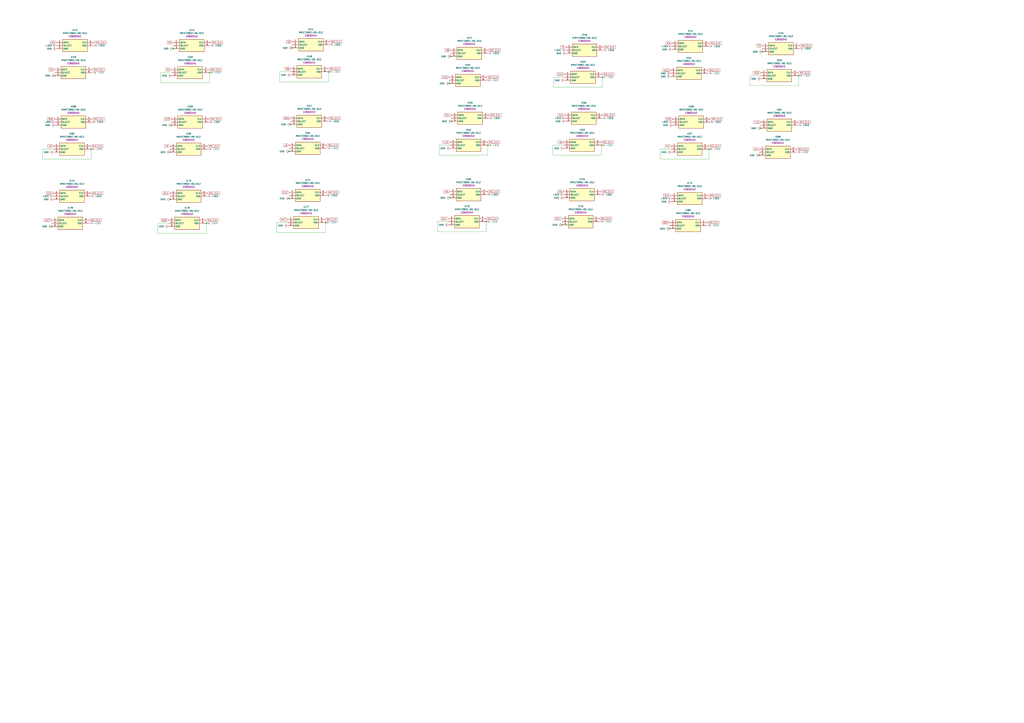
<source format=kicad_sch>
(kicad_sch (version 20231120) (generator "eeschema") (generator_version "8.0")
  (paper "A1")
  (junction (at 370.84 99.695))
  (junction (at 237.49 163.195))
  (junction (at 624.84 105.41))
  (junction (at 238.76 102.235))
  (junction (at 494.665 63.5))
  (junction (at 400.685 119.38))
  (junction (at 399.415 182.245))
  (junction (at 140.97 102.87))
  (junction (at 237.49 124.46))
  (junction (at 461.645 184.785))
  (junction (at 494.03 119.38))
  (junction (at 582.295 122.555))
  (junction (at 626.11 42.545))
  (junction (at 623.57 127.635))
  (junction (at 369.57 162.56))
  (junction (at 139.7 163.83))
  (junction (at 655.955 62.23))
  (junction (at 172.085 59.69))
  (junction (at 74.93 122.555))
  (junction (at 139.7 125.095))
  (junction (at 42.545 186.055))
  (junction (at 549.91 187.96))
  (junction (at 142.24 40.005))
  (junction (at 269.875 59.055))
  (junction (at 368.935 68.58))
  (junction (at 45.085 62.23))
  (junction (at 267.335 182.88))
  (junction (at 240.03 39.37))
  (junction (at 370.205 46.355))
  (junction (at 169.545 183.515))
  (wire (pts (xy 623.57 127.635) (xy 623.57 125.095)))
  (wire (pts (xy 615.95 70.485) (xy 655.955 70.485)))
  (wire (pts (xy 139.7 161.29) (xy 139.7 163.83)))
  (wire (pts (xy 34.925 122.555) (xy 34.925 130.81)))
  (wire (pts (xy 493.395 119.38) (xy 494.03 119.38)))
  (wire (pts (xy 129.54 191.77) (xy 169.545 191.77)))
  (wire (pts (xy 238.76 59.055) (xy 229.87 59.055)))
  (wire (pts (xy 139.7 122.555) (xy 139.7 125.095)))
  (wire (pts (xy 45.085 59.69) (xy 45.085 62.23)))
  (wire (pts (xy 267.335 182.88) (xy 267.335 191.135)))
  (wire (pts (xy 132.08 67.945) (xy 172.085 67.945)))
  (wire (pts (xy 140.97 100.33) (xy 140.97 102.87)))
  (wire (pts (xy 454.66 71.755) (xy 494.665 71.755)))
  (wire (pts (xy 360.68 127.635) (xy 400.685 127.635)))
  (wire (pts (xy 266.7 182.88) (xy 267.335 182.88)))
  (wire (pts (xy 369.57 160.02) (xy 369.57 162.56)))
  (wire (pts (xy 580.39 185.42) (xy 581.025 185.42)))
  (wire (pts (xy 624.84 62.23) (xy 615.95 62.23)))
  (wire (pts (xy 462.915 119.38) (xy 454.025 119.38)))
  (wire (pts (xy 236.22 182.88) (xy 227.33 182.88)))
  (wire (pts (xy 237.49 121.92) (xy 237.49 124.46)))
  (wire (pts (xy 581.025 60.325) (xy 581.66 60.325)))
  (wire (pts (xy 75.565 59.69) (xy 76.2 59.69)))
  (wire (pts (xy 370.84 97.155) (xy 370.84 99.695)))
  (wire (pts (xy 454.66 63.5) (xy 454.66 71.755)))
  (wire (pts (xy 42.545 183.515) (xy 42.545 186.055)))
  (wire (pts (xy 229.87 59.055) (xy 229.87 67.31)))
  (wire (pts (xy 368.935 66.04) (xy 368.935 68.58)))
  (wire (pts (xy 399.415 66.04) (xy 400.05 66.04)))
  (wire (pts (xy 170.18 122.555) (xy 170.815 122.555)))
  (wire (pts (xy 34.925 130.81) (xy 74.93 130.81)))
  (wire (pts (xy 227.33 191.135) (xy 267.335 191.135)))
  (wire (pts (xy 229.87 67.31) (xy 269.875 67.31)))
  (wire (pts (xy 624.84 102.87) (xy 624.84 105.41)))
  (wire (pts (xy 267.97 121.92) (xy 268.605 121.92)))
  (wire (pts (xy 73.025 183.515) (xy 73.66 183.515)))
  (wire (pts (xy 398.78 182.245) (xy 399.415 182.245)))
  (wire (pts (xy 237.49 124.46) (xy 237.617 124.46)))
  (wire (pts (xy 494.03 119.38) (xy 494.03 127.635)))
  (wire (pts (xy 169.545 183.515) (xy 169.545 191.77)))
  (wire (pts (xy 655.32 62.23) (xy 655.955 62.23)))
  (wire (pts (xy 400.05 119.38) (xy 400.685 119.38)))
  (wire (pts (xy 542.29 130.81) (xy 582.295 130.81)))
  (wire (pts (xy 551.18 122.555) (xy 542.29 122.555)))
  (wire (pts (xy 132.08 59.69) (xy 132.08 67.945)))
  (wire (pts (xy 237.49 160.655) (xy 237.49 163.195)))
  (wire (pts (xy 171.45 59.69) (xy 172.085 59.69)))
  (wire (pts (xy 654.05 125.095) (xy 654.685 125.095)))
  (wire (pts (xy 238.76 99.695) (xy 238.76 102.235)))
  (wire (pts (xy 454.025 127.635) (xy 494.03 127.635)))
  (wire (pts (xy 74.295 122.555) (xy 74.93 122.555)))
  (wire (pts (xy 368.3 182.245) (xy 359.41 182.245)))
  (wire (pts (xy 400.685 119.38) (xy 400.685 127.635)))
  (wire (pts (xy 43.815 122.555) (xy 34.925 122.555)))
  (wire (pts (xy 549.91 185.42) (xy 549.91 187.96)))
  (wire (pts (xy 240.03 36.83) (xy 240.03 39.37)))
  (wire (pts (xy 461.645 182.245) (xy 461.645 184.785)))
  (wire (pts (xy 542.29 122.555) (xy 542.29 130.81)))
  (wire (pts (xy 454.025 119.38) (xy 454.025 127.635)))
  (wire (pts (xy 461.645 184.785) (xy 461.772 184.785)))
  (wire (pts (xy 463.55 63.5) (xy 454.66 63.5)))
  (wire (pts (xy 269.24 59.055) (xy 269.875 59.055)))
  (wire (pts (xy 492.125 182.245) (xy 492.76 182.245)))
  (wire (pts (xy 494.03 63.5) (xy 494.665 63.5)))
  (wire (pts (xy 359.41 190.5) (xy 399.415 190.5)))
  (wire (pts (xy 626.11 40.005) (xy 626.11 42.545)))
  (wire (pts (xy 172.085 59.69) (xy 172.085 67.945)))
  (wire (pts (xy 655.955 62.23) (xy 655.955 70.485)))
  (wire (pts (xy 142.24 37.465) (xy 142.24 40.005)))
  (wire (pts (xy 168.91 183.515) (xy 169.545 183.515)))
  (wire (pts (xy 140.97 59.69) (xy 132.08 59.69)))
  (wire (pts (xy 494.665 63.5) (xy 494.665 71.755)))
  (wire (pts (xy 581.66 122.555) (xy 582.295 122.555)))
  (wire (pts (xy 370.205 43.815) (xy 370.205 46.355)))
  (wire (pts (xy 227.33 182.88) (xy 227.33 191.135)))
  (wire (pts (xy 369.57 119.38) (xy 360.68 119.38)))
  (wire (pts (xy 74.93 122.555) (xy 74.93 130.81)))
  (wire (pts (xy 359.41 182.245) (xy 359.41 190.5)))
  (wire (pts (xy 269.875 59.055) (xy 269.875 67.31)))
  (wire (pts (xy 360.68 119.38) (xy 360.68 127.635)))
  (wire (pts (xy 399.415 182.245) (xy 399.415 190.5)))
  (wire (pts (xy 129.54 183.515) (xy 129.54 191.77)))
  (wire (pts (xy 582.295 122.555) (xy 582.295 130.81)))
  (wire (pts (xy 138.43 183.515) (xy 129.54 183.515)))
  (wire (pts (xy 615.95 62.23) (xy 615.95 70.485)))
  (global_label "V8" (shape input) (at 238.76 56.515 180) (property "Intersheetrefs" "${INTERSHEET_REFS}" (effects (hide yes))))
  (global_label "MIC_CLK" (shape input) (at 270.51 34.29 0) (property "Intersheetrefs" "${INTERSHEET_REFS}" (effects (hide yes))))
  (global_label "G4" (shape input) (at 140.97 57.15 180) (property "Intersheetrefs" "${INTERSHEET_REFS}" (effects (hide yes))))
  (global_label "H4" (shape input) (at 551.18 120.015 180) (property "Intersheetrefs" "${INTERSHEET_REFS}" (effects (hide yes))))
  (global_label "R3" (shape input) (at 142.24 34.925 180) (property "Intersheetrefs" "${INTERSHEET_REFS}" (effects (hide yes))))
  (global_label "C13" (shape input) (at 463.55 60.96 180) (property "Intersheetrefs" "${INTERSHEET_REFS}" (effects (hide yes))))
  (global_label "B16" (shape input) (at 45.085 97.79 180) (property "Intersheetrefs" "${INTERSHEET_REFS}" (effects (hide yes))))
  (global_label "MIC_CLK" (shape input) (at 492.125 179.705 0) (property "Intersheetrefs" "${INTERSHEET_REFS}" (effects (hide yes))))
  (global_label "MIC_CLK" (shape input) (at 400.05 116.84 0) (property "Intersheetrefs" "${INTERSHEET_REFS}" (effects (hide yes))))
  (global_label "D19" (shape input) (at 552.45 97.79 180) (property "Intersheetrefs" "${INTERSHEET_REFS}" (effects (hide yes))))
  (global_label "MIC_CLK" (shape input) (at 75.565 57.15 0) (property "Intersheetrefs" "${INTERSHEET_REFS}" (effects (hide yes))))
  (global_label "MIC_CLK" (shape input) (at 656.59 37.465 0) (property "Intersheetrefs" "${INTERSHEET_REFS}" (effects (hide yes))))
  (global_label "MIC_CLK" (shape input) (at 582.93 97.79 0) (property "Intersheetrefs" "${INTERSHEET_REFS}" (effects (hide yes))))
  (global_label "MIC_CLK" (shape input) (at 75.565 97.79 0) (property "Intersheetrefs" "${INTERSHEET_REFS}" (effects (hide yes))))
  (global_label "MIC_CLK" (shape input) (at 73.025 180.975 0) (property "Intersheetrefs" "${INTERSHEET_REFS}" (effects (hide yes))))
  (global_label "H4" (shape input) (at 623.57 122.555 180) (property "Intersheetrefs" "${INTERSHEET_REFS}" (effects (hide yes))))
  (global_label "MIC_CLK" (shape input) (at 172.72 34.925 0) (property "Intersheetrefs" "${INTERSHEET_REFS}" (effects (hide yes))))
  (global_label "MIC_CLK" (shape input) (at 581.66 160.655 0) (property "Intersheetrefs" "${INTERSHEET_REFS}" (effects (hide yes))))
  (global_label "J6" (shape input) (at 462.915 116.84 180) (property "Intersheetrefs" "${INTERSHEET_REFS}" (effects (hide yes))))
  (global_label "E13" (shape input) (at 43.815 158.75 180) (property "Intersheetrefs" "${INTERSHEET_REFS}" (effects (hide yes))))
  (global_label "D14" (shape input) (at 139.7 158.75 180) (property "Intersheetrefs" "${INTERSHEET_REFS}" (effects (hide yes))))
  (global_label "J5" (shape input) (at 43.815 120.015 180) (property "Intersheetrefs" "${INTERSHEET_REFS}" (effects (hide yes))))
  (global_label "J5" (shape input) (at 139.7 120.015 180) (property "Intersheetrefs" "${INTERSHEET_REFS}" (effects (hide yes))))
  (global_label "B20" (shape input) (at 138.43 180.975 180) (property "Intersheetrefs" "${INTERSHEET_REFS}" (effects (hide yes))))
  (global_label "B16" (shape input) (at 238.76 97.155 180) (property "Intersheetrefs" "${INTERSHEET_REFS}" (effects (hide yes))))
  (global_label "MIC_CLK" (shape input) (at 581.66 120.015 0) (property "Intersheetrefs" "${INTERSHEET_REFS}" (effects (hide yes))))
  (global_label "MIC_CLK" (shape input) (at 655.32 100.33 0) (property "Intersheetrefs" "${INTERSHEET_REFS}" (effects (hide yes))))
  (global_label "MIC_CLK" (shape input) (at 581.025 57.785 0) (property "Intersheetrefs" "${INTERSHEET_REFS}" (effects (hide yes))))
  (global_label "MIC_CLK" (shape input) (at 654.05 122.555 0) (property "Intersheetrefs" "${INTERSHEET_REFS}" (effects (hide yes))))
  (global_label "MIC_CLK" (shape input) (at 171.45 57.15 0) (property "Intersheetrefs" "${INTERSHEET_REFS}" (effects (hide yes))))
  (global_label "MIC_CLK" (shape input) (at 74.295 158.75 0) (property "Intersheetrefs" "${INTERSHEET_REFS}" (effects (hide yes))))
  (global_label "D17" (shape input) (at 368.3 179.705 180) (property "Intersheetrefs" "${INTERSHEET_REFS}" (effects (hide yes))))
  (global_label "E13" (shape input) (at 237.49 158.115 180) (property "Intersheetrefs" "${INTERSHEET_REFS}" (effects (hide yes))))
  (global_label "MIC_CLK" (shape input) (at 495.3 38.735 0) (property "Intersheetrefs" "${INTERSHEET_REFS}" (effects (hide yes))))
  (global_label "MIC_CLK" (shape input) (at 269.24 56.515 0) (property "Intersheetrefs" "${INTERSHEET_REFS}" (effects (hide yes))))
  (global_label "MIC_CLK" (shape input) (at 171.45 97.79 0) (property "Intersheetrefs" "${INTERSHEET_REFS}" (effects (hide yes))))
  (global_label "D14" (shape input) (at 551.18 160.655 180) (property "Intersheetrefs" "${INTERSHEET_REFS}" (effects (hide yes))))
  (global_label "A14" (shape input) (at 370.84 94.615 180) (property "Intersheetrefs" "${INTERSHEET_REFS}" (effects (hide yes))))
  (global_label "H17" (shape input) (at 42.545 180.975 180) (property "Intersheetrefs" "${INTERSHEET_REFS}" (effects (hide yes))))
  (global_label "J6" (shape input) (at 237.49 119.38 180) (property "Intersheetrefs" "${INTERSHEET_REFS}" (effects (hide yes))))
  (global_label "MIC_CLK" (shape input) (at 398.78 179.705 0) (property "Intersheetrefs" "${INTERSHEET_REFS}" (effects (hide yes))))
  (global_label "G15" (shape input) (at 550.545 57.785 180) (property "Intersheetrefs" "${INTERSHEET_REFS}" (effects (hide yes))))
  (global_label "MIC_CLK" (shape input) (at 580.39 182.88 0) (property "Intersheetrefs" "${INTERSHEET_REFS}" (effects (hide yes))))
  (global_label "MIC_CLK" (shape input) (at 493.395 157.48 0) (property "Intersheetrefs" "${INTERSHEET_REFS}" (effects (hide yes))))
  (global_label "MIC_CLK" (shape input) (at 655.32 59.69 0) (property "Intersheetrefs" "${INTERSHEET_REFS}" (effects (hide yes))))
  (global_label "MIC_CLK" (shape input) (at 399.415 63.5 0) (property "Intersheetrefs" "${INTERSHEET_REFS}" (effects (hide yes))))
  (global_label "MIC_CLK" (shape input) (at 400.05 157.48 0) (property "Intersheetrefs" "${INTERSHEET_REFS}" (effects (hide yes))))
  (global_label "MIC_CLK" (shape input) (at 168.91 180.975 0) (property "Intersheetrefs" "${INTERSHEET_REFS}" (effects (hide yes))))
  (global_label "D19" (shape input) (at 140.97 97.79 180) (property "Intersheetrefs" "${INTERSHEET_REFS}" (effects (hide yes))))
  (global_label "H5" (shape input) (at 462.915 157.48 180) (property "Intersheetrefs" "${INTERSHEET_REFS}" (effects (hide yes))))
  (global_label "MIC_CLK" (shape input) (at 401.32 94.615 0) (property "Intersheetrefs" "${INTERSHEET_REFS}" (effects (hide yes))))
  (global_label "H5" (shape input) (at 369.57 157.48 180) (property "Intersheetrefs" "${INTERSHEET_REFS}" (effects (hide yes))))
  (global_label "G15" (shape input) (at 624.84 59.69 180) (property "Intersheetrefs" "${INTERSHEET_REFS}" (effects (hide yes))))
  (global_label "D17" (shape input) (at 461.645 179.705 180) (property "Intersheetrefs" "${INTERSHEET_REFS}" (effects (hide yes))))
  (global_label "MIC_CLK" (shape input) (at 269.24 97.155 0) (property "Intersheetrefs" "${INTERSHEET_REFS}" (effects (hide yes))))
  (global_label "MIC_CLK" (shape input) (at 267.97 158.115 0) (property "Intersheetrefs" "${INTERSHEET_REFS}" (effects (hide yes))))
  (global_label "T3" (shape input) (at 626.11 37.465 180) (property "Intersheetrefs" "${INTERSHEET_REFS}" (effects (hide yes))))
  (global_label "R3" (shape input) (at 551.815 35.56 180) (property "Intersheetrefs" "${INTERSHEET_REFS}" (effects (hide yes))))
  (global_label "MIC_CLK" (shape input) (at 74.295 120.015 0) (property "Intersheetrefs" "${INTERSHEET_REFS}" (effects (hide yes))))
  (global_label "MIC_CLK" (shape input) (at 170.18 120.015 0) (property "Intersheetrefs" "${INTERSHEET_REFS}" (effects (hide yes))))
  (global_label "MIC_CLK" (shape input) (at 170.18 158.75 0) (property "Intersheetrefs" "${INTERSHEET_REFS}" (effects (hide yes))))
  (global_label "V8" (shape input) (at 370.205 41.275 180) (property "Intersheetrefs" "${INTERSHEET_REFS}" (effects (hide yes))))
  (global_label "MIC_CLK" (shape input) (at 76.835 34.925 0) (property "Intersheetrefs" "${INTERSHEET_REFS}" (effects (hide yes))))
  (global_label "MIC_CLK" (shape input) (at 494.665 94.615 0) (property "Intersheetrefs" "${INTERSHEET_REFS}" (effects (hide yes))))
  (global_label "T3" (shape input) (at 464.82 38.735 180) (property "Intersheetrefs" "${INTERSHEET_REFS}" (effects (hide yes))))
  (global_label "G4" (shape input) (at 45.085 57.15 180) (property "Intersheetrefs" "${INTERSHEET_REFS}" (effects (hide yes))))
  (global_label "C13" (shape input) (at 368.935 63.5 180) (property "Intersheetrefs" "${INTERSHEET_REFS}" (effects (hide yes))))
  (global_label "N3" (shape input) (at 46.355 34.925 180) (property "Intersheetrefs" "${INTERSHEET_REFS}" (effects (hide yes))))
  (global_label "MIC_CLK" (shape input) (at 493.395 116.84 0) (property "Intersheetrefs" "${INTERSHEET_REFS}" (effects (hide yes))))
  (global_label "A14" (shape input) (at 464.185 94.615 180) (property "Intersheetrefs" "${INTERSHEET_REFS}" (effects (hide yes))))
  (global_label "H17" (shape input) (at 236.22 180.34 180) (property "Intersheetrefs" "${INTERSHEET_REFS}" (effects (hide yes))))
  (global_label "L13" (shape input) (at 624.84 100.33 180) (property "Intersheetrefs" "${INTERSHEET_REFS}" (effects (hide yes))))
  (global_label "N3" (shape input) (at 240.03 34.29 180) (property "Intersheetrefs" "${INTERSHEET_REFS}" (effects (hide yes))))
  (global_label "MIC_CLK" (shape input) (at 400.685 41.275 0) (property "Intersheetrefs" "${INTERSHEET_REFS}" (effects (hide yes))))
  (global_label "MIC_CLK" (shape input) (at 494.03 60.96 0) (property "Intersheetrefs" "${INTERSHEET_REFS}" (effects (hide yes))))
  (global_label "L13" (shape input) (at 369.57 116.84 180) (property "Intersheetrefs" "${INTERSHEET_REFS}" (effects (hide yes))))
  (global_label "B20" (shape input) (at 549.91 182.88 180) (property "Intersheetrefs" "${INTERSHEET_REFS}" (effects (hide yes))))
  (global_label "MIC_CLK" (shape input) (at 582.295 35.56 0) (property "Intersheetrefs" "${INTERSHEET_REFS}" (effects (hide yes))))
  (global_label "MIC_CLK" (shape input) (at 266.7 180.34 0) (property "Intersheetrefs" "${INTERSHEET_REFS}" (effects (hide yes))))
  (global_label "MIC_CLK" (shape input) (at 267.97 119.38 0) (property "Intersheetrefs" "${INTERSHEET_REFS}" (effects (hide yes))))
  (symbol (lib_id "power:+3V3") (at 43.815 161.29 90) (unit 1)
    (property "Reference" "#PWR0862" (effects (hide yes)))
    (property "Value" "+3V3" (at 40.005 161.29 90) (effects (justify left)))
  )
  (symbol (lib_id "SamacSys_Parts:MMICT3902-00-012") (at 368.3 179.705 0) (unit 1)
    (property "Reference" "IC75" (at 383.54 169.545 0))
    (property "Value" "MMICT3902-00-012" (at 383.54 172.085 0))
    (property "Footprint" "T3902:MMICT390200012" (effects (hide yes)))
    (property "Datasheet" "http://invensense.tdk.com/wp-content/uploads/2020/05/DS-000357-T3902-v1.0.pdf" (effects (hide yes)))
    (property "Height" "1.13" (effects (hide yes)))
    (property "Mouser Part Number" "410-MMICT3902-00-012" (effects (hide yes)))
    (property "Mouser Price/Stock" "https://www.mouser.co.uk/ProductDetail/TDK-InvenSense/MMICT3902-00-012?qs=yqaQSyyJnNi1lpqXyrpxOA%3D%3D" (effects (hide yes)))
    (property "Manufacturer_Name" "TDK" (effects (hide yes)))
    (property "Manufacturer_Part_Number" "MMICT3902-00-012" (effects (hide yes)))
    (property "LCSC" "C3032242" (at 383.54 174.625 0))
  )
  (symbol (lib_id "SamacSys_Parts:MMICT3902-00-012") (at 238.76 56.515 0) (unit 1)
    (property "Reference" "IC48" (at 254 46.355 0))
    (property "Value" "MMICT3902-00-012" (at 254 48.895 0))
    (property "Footprint" "T3902:MMICT390200012" (effects (hide yes)))
    (property "Datasheet" "http://invensense.tdk.com/wp-content/uploads/2020/05/DS-000357-T3902-v1.0.pdf" (effects (hide yes)))
    (property "Height" "1.13" (effects (hide yes)))
    (property "Mouser Part Number" "410-MMICT3902-00-012" (effects (hide yes)))
    (property "Mouser Price/Stock" "https://www.mouser.co.uk/ProductDetail/TDK-InvenSense/MMICT3902-00-012?qs=yqaQSyyJnNi1lpqXyrpxOA%3D%3D" (effects (hide yes)))
    (property "Manufacturer_Name" "TDK" (effects (hide yes)))
    (property "Manufacturer_Part_Number" "MMICT3902-00-012" (effects (hide yes)))
    (property "LCSC" "C3032242" (at 254 51.435 0))
  )
  (symbol (lib_id "power:GND") (at 237.49 163.195 270) (unit 1)
    (property "Reference" "#PWR0233" (effects (hide yes)))
    (property "Value" "GND" (at 233.68 163.195 90) (effects (justify right)))
  )
  (symbol (lib_id "SamacSys_Parts:MMICT3902-00-012") (at 552.45 97.79 0) (unit 1)
    (property "Reference" "IC60" (at 567.69 87.63 0))
    (property "Value" "MMICT3902-00-012" (at 567.69 90.17 0))
    (property "Footprint" "T3902:MMICT390200012" (effects (hide yes)))
    (property "Datasheet" "http://invensense.tdk.com/wp-content/uploads/2020/05/DS-000357-T3902-v1.0.pdf" (effects (hide yes)))
    (property "Height" "1.13" (effects (hide yes)))
    (property "Mouser Part Number" "410-MMICT3902-00-012" (effects (hide yes)))
    (property "Mouser Price/Stock" "https://www.mouser.co.uk/ProductDetail/TDK-InvenSense/MMICT3902-00-012?qs=yqaQSyyJnNi1lpqXyrpxOA%3D%3D" (effects (hide yes)))
    (property "Manufacturer_Name" "TDK" (effects (hide yes)))
    (property "Manufacturer_Part_Number" "MMICT3902-00-012" (effects (hide yes)))
    (property "LCSC" "C3032242" (at 567.69 92.71 0))
  )
  (symbol (lib_id "power:GND") (at 139.7 163.83 270) (unit 1)
    (property "Reference" "#PWR0236" (effects (hide yes)))
    (property "Value" "GND" (at 135.89 163.83 90) (effects (justify right)))
  )
  (symbol (lib_id "power:GND") (at 43.815 125.095 270) (unit 1)
    (property "Reference" "#PWR0221" (effects (hide yes)))
    (property "Value" "GND" (at 40.005 125.095 90) (effects (justify right)))
  )
  (symbol (lib_id "power:+3V3") (at 45.085 100.33 90) (unit 1)
    (property "Reference" "#PWR0859" (effects (hide yes)))
    (property "Value" "+3V3" (at 41.783 100.33 90) (effects (justify left)))
  )
  (symbol (lib_id "power:GND") (at 370.205 46.355 270) (unit 1)
    (property "Reference" "#PWR0183" (effects (hide yes)))
    (property "Value" "GND" (at 366.395 46.355 90) (effects (justify right)))
  )
  (symbol (lib_id "power:+3V3") (at 655.955 62.23 270) (unit 1)
    (property "Reference" "#PWR0191" (effects (hide yes)))
    (property "Value" "+3V3" (at 659.765 62.23 90) (effects (justify left)))
  )
  (symbol (lib_id "power:+3V3") (at 655.32 102.87 270) (unit 1)
    (property "Reference" "#PWR0210" (effects (hide yes)))
    (property "Value" "+3V3" (at 659.13 102.87 90) (effects (justify left)))
  )
  (symbol (lib_id "power:GND") (at 464.185 99.695 270) (unit 1)
    (property "Reference" "#PWR0202" (effects (hide yes)))
    (property "Value" "GND" (at 460.375 99.695 90) (effects (justify right)))
  )
  (symbol (lib_id "power:GND") (at 369.57 162.56 270) (unit 1)
    (property "Reference" "#PWR0231" (effects (hide yes)))
    (property "Value" "GND" (at 365.76 162.56 90) (effects (justify right)))
  )
  (symbol (lib_id "SamacSys_Parts:MMICT3902-00-012") (at 551.815 35.56 0) (unit 1)
    (property "Reference" "IC44" (at 567.055 25.4 0))
    (property "Value" "MMICT3902-00-012" (at 567.055 27.94 0))
    (property "Footprint" "T3902:MMICT390200012" (effects (hide yes)))
    (property "Datasheet" "http://invensense.tdk.com/wp-content/uploads/2020/05/DS-000357-T3902-v1.0.pdf" (effects (hide yes)))
    (property "Height" "1.13" (effects (hide yes)))
    (property "Mouser Part Number" "410-MMICT3902-00-012" (effects (hide yes)))
    (property "Mouser Price/Stock" "https://www.mouser.co.uk/ProductDetail/TDK-InvenSense/MMICT3902-00-012?qs=yqaQSyyJnNi1lpqXyrpxOA%3D%3D" (effects (hide yes)))
    (property "Manufacturer_Name" "TDK" (effects (hide yes)))
    (property "Manufacturer_Part_Number" "MMICT3902-00-012" (effects (hide yes)))
    (property "LCSC" "C3032242" (at 567.055 30.48 0))
  )
  (symbol (lib_id "SamacSys_Parts:MMICT3902-00-012") (at 237.49 158.115 0) (unit 1)
    (property "Reference" "IC71" (at 252.73 147.955 0))
    (property "Value" "MMICT3902-00-012" (at 252.73 150.495 0))
    (property "Footprint" "T3902:MMICT390200012" (effects (hide yes)))
    (property "Datasheet" "http://invensense.tdk.com/wp-content/uploads/2020/05/DS-000357-T3902-v1.0.pdf" (effects (hide yes)))
    (property "Height" "1.13" (effects (hide yes)))
    (property "Mouser Part Number" "410-MMICT3902-00-012" (effects (hide yes)))
    (property "Mouser Price/Stock" "https://www.mouser.co.uk/ProductDetail/TDK-InvenSense/MMICT3902-00-012?qs=yqaQSyyJnNi1lpqXyrpxOA%3D%3D" (effects (hide yes)))
    (property "Manufacturer_Name" "TDK" (effects (hide yes)))
    (property "Manufacturer_Part_Number" "MMICT3902-00-012" (effects (hide yes)))
    (property "LCSC" "C3032242" (at 252.73 153.035 0))
  )
  (symbol (lib_id "power:+3V3") (at 268.605 121.92 270) (unit 1)
    (property "Reference" "#PWR0214" (effects (hide yes)))
    (property "Value" "+3V3" (at 272.415 121.92 90) (effects (justify left)))
  )
  (symbol (lib_id "power:GND") (at 140.97 102.87 270) (unit 1)
    (property "Reference" "#PWR0208" (effects (hide yes)))
    (property "Value" "GND" (at 137.16 102.87 90) (effects (justify right)))
  )
  (symbol (lib_id "power:+3V3") (at 552.45 100.33 90) (unit 1)
    (property "Reference" "#PWR0860" (effects (hide yes)))
    (property "Value" "+3V3" (at 548.64 100.33 90) (effects (justify left)))
  )
  (symbol (lib_id "power:+3V3") (at 172.085 59.69 270) (unit 1)
    (property "Reference" "#PWR0186" (effects (hide yes)))
    (property "Value" "+3V3" (at 175.895 59.69 90) (effects (justify left)))
  )
  (symbol (lib_id "power:+3V3") (at 170.18 161.29 270) (unit 1)
    (property "Reference" "#PWR0230" (effects (hide yes)))
    (property "Value" "+3V3" (at 173.99 161.29 90) (effects (justify left)))
  )
  (symbol (lib_id "SamacSys_Parts:MMICT3902-00-012") (at 238.76 97.155 0) (unit 1)
    (property "Reference" "IC57" (at 254 86.995 0))
    (property "Value" "MMICT3902-00-012" (at 254 89.535 0))
    (property "Footprint" "T3902:MMICT390200012" (effects (hide yes)))
    (property "Datasheet" "http://invensense.tdk.com/wp-content/uploads/2020/05/DS-000357-T3902-v1.0.pdf" (effects (hide yes)))
    (property "Height" "1.13" (effects (hide yes)))
    (property "Mouser Part Number" "410-MMICT3902-00-012" (effects (hide yes)))
    (property "Mouser Price/Stock" "https://www.mouser.co.uk/ProductDetail/TDK-InvenSense/MMICT3902-00-012?qs=yqaQSyyJnNi1lpqXyrpxOA%3D%3D" (effects (hide yes)))
    (property "Manufacturer_Name" "TDK" (effects (hide yes)))
    (property "Manufacturer_Part_Number" "MMICT3902-00-012" (effects (hide yes)))
    (property "LCSC" "C3032242" (at 254 92.075 0))
  )
  (symbol (lib_id "power:+3V3") (at 270.51 36.83 270) (unit 1)
    (property "Reference" "#PWR0170" (effects (hide yes)))
    (property "Value" "+3V3" (at 274.32 36.83 90) (effects (justify left)))
  )
  (symbol (lib_id "power:GND") (at 368.3 184.785 270) (unit 1)
    (property "Reference" "#PWR0243" (effects (hide yes)))
    (property "Value" "GND" (at 364.49 184.785 90) (effects (justify right)))
  )
  (symbol (lib_id "power:GND") (at 236.22 185.42 270) (unit 1)
    (property "Reference" "#PWR0245" (effects (hide yes)))
    (property "Value" "GND" (at 232.41 185.42 90) (effects (justify right)))
  )
  (symbol (lib_id "power:+3V3") (at 582.93 100.33 270) (unit 1)
    (property "Reference" "#PWR0205" (effects (hide yes)))
    (property "Value" "+3V3" (at 586.74 100.33 90) (effects (justify left)))
  )
  (symbol (lib_id "SamacSys_Parts:MMICT3902-00-012") (at 368.935 63.5 0) (unit 1)
    (property "Reference" "IC54" (at 384.175 53.34 0))
    (property "Value" "MMICT3902-00-012" (at 384.175 55.88 0))
    (property "Footprint" "T3902:MMICT390200012" (effects (hide yes)))
    (property "Datasheet" "http://invensense.tdk.com/wp-content/uploads/2020/05/DS-000357-T3902-v1.0.pdf" (effects (hide yes)))
    (property "Height" "1.13" (effects (hide yes)))
    (property "Mouser Part Number" "410-MMICT3902-00-012" (effects (hide yes)))
    (property "Mouser Price/Stock" "https://www.mouser.co.uk/ProductDetail/TDK-InvenSense/MMICT3902-00-012?qs=yqaQSyyJnNi1lpqXyrpxOA%3D%3D" (effects (hide yes)))
    (property "Manufacturer_Name" "TDK" (effects (hide yes)))
    (property "Manufacturer_Part_Number" "MMICT3902-00-012" (effects (hide yes)))
    (property "LCSC" "C3032242" (at 384.175 58.42 0))
  )
  (symbol (lib_id "power:GND") (at 626.11 42.545 270) (unit 1)
    (property "Reference" "#PWR0180" (effects (hide yes)))
    (property "Value" "GND" (at 622.3 42.545 90) (effects (justify right)))
  )
  (symbol (lib_id "power:+3V3") (at 400.685 43.815 270) (unit 1)
    (property "Reference" "#PWR0181" (effects (hide yes)))
    (property "Value" "+3V3" (at 404.495 43.815 90) (effects (justify left)))
  )
  (symbol (lib_id "power:+3V3") (at 46.355 37.465 90) (unit 1)
    (property "Reference" "#PWR0855" (effects (hide yes)))
    (property "Value" "+3V3" (at 42.545 37.465 90) (effects (justify left)))
  )
  (symbol (lib_id "power:GND") (at 461.645 184.785 270) (unit 1)
    (property "Reference" "#PWR0244" (effects (hide yes)))
    (property "Value" "GND" (at 457.835 184.785 90) (effects (justify right)))
  )
  (symbol (lib_id "power:+3V3") (at 76.835 37.465 270) (unit 1)
    (property "Reference" "#PWR0171" (effects (hide yes)))
    (property "Value" "+3V3" (at 80.645 37.465 90) (effects (justify left)))
  )
  (symbol (lib_id "SamacSys_Parts:MMICT3902-00-012") (at 551.18 120.015 0) (unit 1)
    (property "Reference" "IC67" (at 566.42 109.855 0))
    (property "Value" "MMICT3902-00-012" (at 566.42 112.395 0))
    (property "Footprint" "T3902:MMICT390200012" (effects (hide yes)))
    (property "Datasheet" "http://invensense.tdk.com/wp-content/uploads/2020/05/DS-000357-T3902-v1.0.pdf" (effects (hide yes)))
    (property "Height" "1.13" (effects (hide yes)))
    (property "Mouser Part Number" "410-MMICT3902-00-012" (effects (hide yes)))
    (property "Mouser Price/Stock" "https://www.mouser.co.uk/ProductDetail/TDK-InvenSense/MMICT3902-00-012?qs=yqaQSyyJnNi1lpqXyrpxOA%3D%3D" (effects (hide yes)))
    (property "Manufacturer_Name" "TDK" (effects (hide yes)))
    (property "Manufacturer_Part_Number" "MMICT3902-00-012" (effects (hide yes)))
    (property "LCSC" "C3032242" (at 566.42 114.935 0))
  )
  (symbol (lib_id "power:+3V3") (at 493.395 160.02 270) (unit 1)
    (property "Reference" "#PWR0227" (effects (hide yes)))
    (property "Value" "+3V3" (at 497.205 160.02 90) (effects (justify left)))
  )
  (symbol (lib_id "power:+3V3") (at 582.295 38.1 270) (unit 1)
    (property "Reference" "#PWR0173" (effects (hide yes)))
    (property "Value" "+3V3" (at 586.105 38.1 90) (effects (justify left)))
  )
  (symbol (lib_id "SamacSys_Parts:MMICT3902-00-012") (at 142.24 34.925 0) (unit 1)
    (property "Reference" "IC43" (at 157.48 24.765 0))
    (property "Value" "MMICT3902-00-012" (at 157.48 27.305 0))
    (property "Footprint" "T3902:MMICT390200012" (effects (hide yes)))
    (property "Datasheet" "http://invensense.tdk.com/wp-content/uploads/2020/05/DS-000357-T3902-v1.0.pdf" (effects (hide yes)))
    (property "Height" "1.13" (effects (hide yes)))
    (property "Mouser Part Number" "410-MMICT3902-00-012" (effects (hide yes)))
    (property "Mouser Price/Stock" "https://www.mouser.co.uk/ProductDetail/TDK-InvenSense/MMICT3902-00-012?qs=yqaQSyyJnNi1lpqXyrpxOA%3D%3D" (effects (hide yes)))
    (property "Manufacturer_Name" "TDK" (effects (hide yes)))
    (property "Manufacturer_Part_Number" "MMICT3902-00-012" (effects (hide yes)))
    (property "LCSC" "C3032242" (at 157.48 29.845 0))
  )
  (symbol (lib_id "power:+3V3") (at 267.97 160.655 270) (unit 1)
    (property "Reference" "#PWR0228" (effects (hide yes)))
    (property "Value" "+3V3" (at 271.78 160.655 90) (effects (justify left)))
  )
  (symbol (lib_id "SamacSys_Parts:MMICT3902-00-012") (at 462.915 116.84 0) (unit 1)
    (property "Reference" "IC63" (at 478.155 106.68 0))
    (property "Value" "MMICT3902-00-012" (at 478.155 109.22 0))
    (property "Footprint" "T3902:MMICT390200012" (effects (hide yes)))
    (property "Datasheet" "http://invensense.tdk.com/wp-content/uploads/2020/05/DS-000357-T3902-v1.0.pdf" (effects (hide yes)))
    (property "Height" "1.13" (effects (hide yes)))
    (property "Mouser Part Number" "410-MMICT3902-00-012" (effects (hide yes)))
    (property "Mouser Price/Stock" "https://www.mouser.co.uk/ProductDetail/TDK-InvenSense/MMICT3902-00-012?qs=yqaQSyyJnNi1lpqXyrpxOA%3D%3D" (effects (hide yes)))
    (property "Manufacturer_Name" "TDK" (effects (hide yes)))
    (property "Manufacturer_Part_Number" "MMICT3902-00-012" (effects (hide yes)))
    (property "LCSC" "C3032242" (at 478.155 111.76 0))
  )
  (symbol (lib_id "SamacSys_Parts:MMICT3902-00-012") (at 369.57 157.48 0) (unit 1)
    (property "Reference" "IC69" (at 384.81 147.32 0))
    (property "Value" "MMICT3902-00-012" (at 384.81 149.86 0))
    (property "Footprint" "T3902:MMICT390200012" (effects (hide yes)))
    (property "Datasheet" "http://invensense.tdk.com/wp-content/uploads/2020/05/DS-000357-T3902-v1.0.pdf" (effects (hide yes)))
    (property "Height" "1.13" (effects (hide yes)))
    (property "Mouser Part Number" "410-MMICT3902-00-012" (effects (hide yes)))
    (property "Mouser Price/Stock" "https://www.mouser.co.uk/ProductDetail/TDK-InvenSense/MMICT3902-00-012?qs=yqaQSyyJnNi1lpqXyrpxOA%3D%3D" (effects (hide yes)))
    (property "Manufacturer_Name" "TDK" (effects (hide yes)))
    (property "Manufacturer_Part_Number" "MMICT3902-00-012" (effects (hide yes)))
    (property "LCSC" "C3032242" (at 384.81 152.4 0))
  )
  (symbol (lib_id "power:+3V3") (at 462.915 160.02 90) (unit 1)
    (property "Reference" "#PWR0861" (effects (hide yes)))
    (property "Value" "+3V3" (at 459.232 160.02 90) (effects (justify left)))
  )
  (symbol (lib_id "power:+3V3") (at 400.685 119.38 270) (unit 1)
    (property "Reference" "#PWR0212" (effects (hide yes)))
    (property "Value" "+3V3" (at 404.495 119.38 90) (effects (justify left)))
  )
  (symbol (lib_id "SamacSys_Parts:MMICT3902-00-012") (at 236.22 180.34 0) (unit 1)
    (property "Reference" "IC77" (at 251.46 170.18 0))
    (property "Value" "MMICT3902-00-012" (at 251.46 172.72 0))
    (property "Footprint" "T3902:MMICT390200012" (effects (hide yes)))
    (property "Datasheet" "http://invensense.tdk.com/wp-content/uploads/2020/05/DS-000357-T3902-v1.0.pdf" (effects (hide yes)))
    (property "Height" "1.13" (effects (hide yes)))
    (property "Mouser Part Number" "410-MMICT3902-00-012" (effects (hide yes)))
    (property "Mouser Price/Stock" "https://www.mouser.co.uk/ProductDetail/TDK-InvenSense/MMICT3902-00-012?qs=yqaQSyyJnNi1lpqXyrpxOA%3D%3D" (effects (hide yes)))
    (property "Manufacturer_Name" "TDK" (effects (hide yes)))
    (property "Manufacturer_Part_Number" "MMICT3902-00-012" (effects (hide yes)))
    (property "LCSC" "C3032242" (at 251.46 175.26 0))
  )
  (symbol (lib_id "power:GND") (at 551.18 165.735 270) (unit 1)
    (property "Reference" "#PWR0237" (effects (hide yes)))
    (property "Value" "GND" (at 547.37 165.735 90) (effects (justify right)))
  )
  (symbol (lib_id "SamacSys_Parts:MMICT3902-00-012") (at 551.18 160.655 0) (unit 1)
    (property "Reference" "IC74" (at 566.42 150.495 0))
    (property "Value" "MMICT3902-00-012" (at 566.42 153.035 0))
    (property "Footprint" "T3902:MMICT390200012" (effects (hide yes)))
    (property "Datasheet" "http://invensense.tdk.com/wp-content/uploads/2020/05/DS-000357-T3902-v1.0.pdf" (effects (hide yes)))
    (property "Height" "1.13" (effects (hide yes)))
    (property "Mouser Part Number" "410-MMICT3902-00-012" (effects (hide yes)))
    (property "Mouser Price/Stock" "https://www.mouser.co.uk/ProductDetail/TDK-InvenSense/MMICT3902-00-012?qs=yqaQSyyJnNi1lpqXyrpxOA%3D%3D" (effects (hide yes)))
    (property "Manufacturer_Name" "TDK" (effects (hide yes)))
    (property "Manufacturer_Part_Number" "MMICT3902-00-012" (effects (hide yes)))
    (property "LCSC" "C3032242" (at 566.42 155.575 0))
  )
  (symbol (lib_id "power:GND") (at 368.935 68.58 270) (unit 1)
    (property "Reference" "#PWR0197" (effects (hide yes)))
    (property "Value" "GND" (at 365.125 68.58 90) (effects (justify right)))
  )
  (symbol (lib_id "power:GND") (at 43.815 163.83 270) (unit 1)
    (property "Reference" "#PWR0235" (effects (hide yes)))
    (property "Value" "GND" (at 40.005 163.83 90) (effects (justify right)))
  )
  (symbol (lib_id "SamacSys_Parts:MMICT3902-00-012") (at 549.91 182.88 0) (unit 1)
    (property "Reference" "IC80" (at 565.15 172.72 0))
    (property "Value" "MMICT3902-00-012" (at 565.15 175.26 0))
    (property "Footprint" "T3902:MMICT390200012" (effects (hide yes)))
    (property "Datasheet" "http://invensense.tdk.com/wp-content/uploads/2020/05/DS-000357-T3902-v1.0.pdf" (effects (hide yes)))
    (property "Height" "1.13" (effects (hide yes)))
    (property "Mouser Part Number" "410-MMICT3902-00-012" (effects (hide yes)))
    (property "Mouser Price/Stock" "https://www.mouser.co.uk/ProductDetail/TDK-InvenSense/MMICT3902-00-012?qs=yqaQSyyJnNi1lpqXyrpxOA%3D%3D" (effects (hide yes)))
    (property "Manufacturer_Name" "TDK" (effects (hide yes)))
    (property "Manufacturer_Part_Number" "MMICT3902-00-012" (effects (hide yes)))
    (property "LCSC" "C3032242" (at 565.15 177.8 0))
  )
  (symbol (lib_id "power:+3V3") (at 494.665 97.155 270) (unit 1)
    (property "Reference" "#PWR0199" (effects (hide yes)))
    (property "Value" "+3V3" (at 498.475 97.155 90) (effects (justify left)))
  )
  (symbol (lib_id "SamacSys_Parts:MMICT3902-00-012") (at 43.815 120.015 0) (unit 1)
    (property "Reference" "IC65" (at 59.055 109.855 0))
    (property "Value" "MMICT3902-00-012" (at 59.055 112.395 0))
    (property "Footprint" "T3902:MMICT390200012" (effects (hide yes)))
    (property "Datasheet" "http://invensense.tdk.com/wp-content/uploads/2020/05/DS-000357-T3902-v1.0.pdf" (effects (hide yes)))
    (property "Height" "1.13" (effects (hide yes)))
    (property "Mouser Part Number" "410-MMICT3902-00-012" (effects (hide yes)))
    (property "Mouser Price/Stock" "https://www.mouser.co.uk/ProductDetail/TDK-InvenSense/MMICT3902-00-012?qs=yqaQSyyJnNi1lpqXyrpxOA%3D%3D" (effects (hide yes)))
    (property "Manufacturer_Name" "TDK" (effects (hide yes)))
    (property "Manufacturer_Part_Number" "MMICT3902-00-012" (effects (hide yes)))
    (property "LCSC" "C3032242" (at 59.055 114.935 0))
  )
  (symbol (lib_id "power:GND") (at 552.45 102.87 270) (unit 1)
    (property "Reference" "#PWR0209" (effects (hide yes)))
    (property "Value" "GND" (at 548.64 102.87 90) (effects (justify right)))
  )
  (symbol (lib_id "power:+3V3") (at 401.32 97.155 270) (unit 1)
    (property "Reference" "#PWR0198" (effects (hide yes)))
    (property "Value" "+3V3" (at 405.13 97.155 90) (effects (justify left)))
  )
  (symbol (lib_id "power:GND") (at 142.24 40.005 270) (unit 1)
    (property "Reference" "#PWR0176" (effects (hide yes)))
    (property "Value" "GND" (at 138.43 40.005 90) (effects (justify right)))
  )
  (symbol (lib_id "SamacSys_Parts:MMICT3902-00-012") (at 139.7 158.75 0) (unit 1)
    (property "Reference" "IC73" (at 154.94 148.59 0))
    (property "Value" "MMICT3902-00-012" (at 154.94 151.13 0))
    (property "Footprint" "T3902:MMICT390200012" (effects (hide yes)))
    (property "Datasheet" "http://invensense.tdk.com/wp-content/uploads/2020/05/DS-000357-T3902-v1.0.pdf" (effects (hide yes)))
    (property "Height" "1.13" (effects (hide yes)))
    (property "Mouser Part Number" "410-MMICT3902-00-012" (effects (hide yes)))
    (property "Mouser Price/Stock" "https://www.mouser.co.uk/ProductDetail/TDK-InvenSense/MMICT3902-00-012?qs=yqaQSyyJnNi1lpqXyrpxOA%3D%3D" (effects (hide yes)))
    (property "Manufacturer_Name" "TDK" (effects (hide yes)))
    (property "Manufacturer_Part_Number" "MMICT3902-00-012" (effects (hide yes)))
    (property "LCSC" "C3032242" (at 154.94 153.67 0))
  )
  (symbol (lib_id "power:+3V3") (at 495.3 41.275 270) (unit 1)
    (property "Reference" "#PWR0179" (effects (hide yes)))
    (property "Value" "+3V3" (at 499.11 41.275 90) (effects (justify left)))
  )
  (symbol (lib_id "SamacSys_Parts:MMICT3902-00-012") (at 45.085 57.15 0) (unit 1)
    (property "Reference" "IC49" (at 60.325 46.99 0))
    (property "Value" "MMICT3902-00-012" (at 60.325 49.53 0))
    (property "Footprint" "T3902:MMICT390200012" (effects (hide yes)))
    (property "Datasheet" "http://invensense.tdk.com/wp-content/uploads/2020/05/DS-000357-T3902-v1.0.pdf" (effects (hide yes)))
    (property "Height" "1.13" (effects (hide yes)))
    (property "Mouser Part Number" "410-MMICT3902-00-012" (effects (hide yes)))
    (property "Mouser Price/Stock" "https://www.mouser.co.uk/ProductDetail/TDK-InvenSense/MMICT3902-00-012?qs=yqaQSyyJnNi1lpqXyrpxOA%3D%3D" (effects (hide yes)))
    (property "Manufacturer_Name" "TDK" (effects (hide yes)))
    (property "Manufacturer_Part_Number" "MMICT3902-00-012" (effects (hide yes)))
    (property "LCSC" "C3032242" (at 60.325 52.07 0))
  )
  (symbol (lib_id "power:GND") (at 624.84 64.77 270) (unit 1)
    (property "Reference" "#PWR0194" (effects (hide yes)))
    (property "Value" "GND" (at 621.03 64.77 90) (effects (justify right)))
  )
  (symbol (lib_id "power:GND") (at 370.84 99.695 270) (unit 1)
    (property "Reference" "#PWR0201" (effects (hide yes)))
    (property "Value" "GND" (at 367.03 99.695 90) (effects (justify right)))
  )
  (symbol (lib_id "power:+3V3") (at 581.66 163.195 270) (unit 1)
    (property "Reference" "#PWR0234" (effects (hide yes)))
    (property "Value" "+3V3" (at 585.47 163.195 90) (effects (justify left)))
  )
  (symbol (lib_id "SamacSys_Parts:MMICT3902-00-012") (at 46.355 34.925 0) (unit 1)
    (property "Reference" "IC42" (at 61.595 24.765 0))
    (property "Value" "MMICT3902-00-012" (at 61.595 27.305 0))
    (property "Footprint" "T3902:MMICT390200012" (effects (hide yes)))
    (property "Datasheet" "http://invensense.tdk.com/wp-content/uploads/2020/05/DS-000357-T3902-v1.0.pdf" (effects (hide yes)))
    (property "Height" "1.13" (effects (hide yes)))
    (property "Mouser Part Number" "410-MMICT3902-00-012" (effects (hide yes)))
    (property "Mouser Price/Stock" "https://www.mouser.co.uk/ProductDetail/TDK-InvenSense/MMICT3902-00-012?qs=yqaQSyyJnNi1lpqXyrpxOA%3D%3D" (effects (hide yes)))
    (property "Manufacturer_Name" "TDK" (effects (hide yes)))
    (property "Manufacturer_Part_Number" "MMICT3902-00-012" (effects (hide yes)))
    (property "LCSC" "C3032242" (at 61.595 29.845 0))
  )
  (symbol (lib_id "SamacSys_Parts:MMICT3902-00-012") (at 140.97 97.79 0) (unit 1)
    (property "Reference" "IC59" (at 156.21 87.63 0))
    (property "Value" "MMICT3902-00-012" (at 156.21 90.17 0))
    (property "Footprint" "T3902:MMICT390200012" (effects (hide yes)))
    (property "Datasheet" "http://invensense.tdk.com/wp-content/uploads/2020/05/DS-000357-T3902-v1.0.pdf" (effects (hide yes)))
    (property "Height" "1.13" (effects (hide yes)))
    (property "Mouser Part Number" "410-MMICT3902-00-012" (effects (hide yes)))
    (property "Mouser Price/Stock" "https://www.mouser.co.uk/ProductDetail/TDK-InvenSense/MMICT3902-00-012?qs=yqaQSyyJnNi1lpqXyrpxOA%3D%3D" (effects (hide yes)))
    (property "Manufacturer_Name" "TDK" (effects (hide yes)))
    (property "Manufacturer_Part_Number" "MMICT3902-00-012" (effects (hide yes)))
    (property "LCSC" "C3032242" (at 156.21 92.71 0))
  )
  (symbol (lib_id "power:+3V3") (at 551.18 163.195 90) (unit 1)
    (property "Reference" "#PWR0863" (effects (hide yes)))
    (property "Value" "+3V3" (at 547.878 163.195 90) (effects (justify left)))
  )
  (symbol (lib_id "power:GND") (at 623.57 127.635 270) (unit 1)
    (property "Reference" "#PWR0225" (effects (hide yes)))
    (property "Value" "GND" (at 619.76 127.635 90) (effects (justify right)))
  )
  (symbol (lib_id "power:+3V3") (at 169.545 183.515 270) (unit 1)
    (property "Reference" "#PWR0242" (effects (hide yes)))
    (property "Value" "+3V3" (at 173.355 183.515 90) (effects (justify left)))
  )
  (symbol (lib_id "power:+3V3") (at 654.685 125.095 270) (unit 1)
    (property "Reference" "#PWR0224" (effects (hide yes)))
    (property "Value" "+3V3" (at 658.495 125.095 90) (effects (justify left)))
  )
  (symbol (lib_id "power:GND") (at 140.97 62.23 270) (unit 1)
    (property "Reference" "#PWR0190" (effects (hide yes)))
    (property "Value" "GND" (at 137.16 62.23 90) (effects (justify right)))
  )
  (symbol (lib_id "power:GND") (at 550.545 62.865 270) (unit 1)
    (property "Reference" "#PWR0192" (effects (hide yes)))
    (property "Value" "GND" (at 546.735 62.865 90) (effects (justify right)))
  )
  (symbol (lib_id "power:+3V3") (at 171.45 100.33 270) (unit 1)
    (property "Reference" "#PWR0204" (effects (hide yes)))
    (property "Value" "+3V3" (at 175.26 100.33 90) (effects (justify left)))
  )
  (symbol (lib_id "power:GND") (at 46.355 40.005 270) (unit 1)
    (property "Reference" "#PWR0175" (effects (hide yes)))
    (property "Value" "GND" (at 42.545 40.005 90) (effects (justify right)))
  )
  (symbol (lib_id "SamacSys_Parts:MMICT3902-00-012") (at 462.915 157.48 0) (unit 1)
    (property "Reference" "IC70" (at 478.155 147.32 0))
    (property "Value" "MMICT3902-00-012" (at 478.155 149.86 0))
    (property "Footprint" "T3902:MMICT390200012" (effects (hide yes)))
    (property "Datasheet" "http://invensense.tdk.com/wp-content/uploads/2020/05/DS-000357-T3902-v1.0.pdf" (effects (hide yes)))
    (property "Height" "1.13" (effects (hide yes)))
    (property "Mouser Part Number" "410-MMICT3902-00-012" (effects (hide yes)))
    (property "Mouser Price/Stock" "https://www.mouser.co.uk/ProductDetail/TDK-InvenSense/MMICT3902-00-012?qs=yqaQSyyJnNi1lpqXyrpxOA%3D%3D" (effects (hide yes)))
    (property "Manufacturer_Name" "TDK" (effects (hide yes)))
    (property "Manufacturer_Part_Number" "MMICT3902-00-012" (effects (hide yes)))
    (property "LCSC" "C3032242" (at 478.155 152.4 0))
  )
  (symbol (lib_id "power:GND") (at 624.84 105.41 270) (unit 1)
    (property "Reference" "#PWR0211" (effects (hide yes)))
    (property "Value" "GND" (at 621.03 105.41 90) (effects (justify right)))
  )
  (symbol (lib_id "power:GND") (at 463.55 66.04 270) (unit 1)
    (property "Reference" "#PWR0196" (effects (hide yes)))
    (property "Value" "GND" (at 459.74 66.04 90) (effects (justify right)))
  )
  (symbol (lib_id "power:GND") (at 551.815 40.64 270) (unit 1)
    (property "Reference" "#PWR0178" (effects (hide yes)))
    (property "Value" "GND" (at 548.005 40.64 90) (effects (justify right)))
  )
  (symbol (lib_id "SamacSys_Parts:MMICT3902-00-012") (at 550.545 57.785 0) (unit 1)
    (property "Reference" "IC51" (at 565.785 47.625 0))
    (property "Value" "MMICT3902-00-012" (at 565.785 50.165 0))
    (property "Footprint" "T3902:MMICT390200012" (effects (hide yes)))
    (property "Datasheet" "http://invensense.tdk.com/wp-content/uploads/2020/05/DS-000357-T3902-v1.0.pdf" (effects (hide yes)))
    (property "Height" "1.13" (effects (hide yes)))
    (property "Mouser Part Number" "410-MMICT3902-00-012" (effects (hide yes)))
    (property "Mouser Price/Stock" "https://www.mouser.co.uk/ProductDetail/TDK-InvenSense/MMICT3902-00-012?qs=yqaQSyyJnNi1lpqXyrpxOA%3D%3D" (effects (hide yes)))
    (property "Manufacturer_Name" "TDK" (effects (hide yes)))
    (property "Manufacturer_Part_Number" "MMICT3902-00-012" (effects (hide yes)))
    (property "LCSC" "C3032242" (at 565.785 52.705 0))
  )
  (symbol (lib_id "SamacSys_Parts:MMICT3902-00-012") (at 463.55 60.96 0) (unit 1)
    (property "Reference" "IC53" (at 478.79 50.8 0))
    (property "Value" "MMICT3902-00-012" (at 478.79 53.34 0))
    (property "Footprint" "T3902:MMICT390200012" (effects (hide yes)))
    (property "Datasheet" "http://invensense.tdk.com/wp-content/uploads/2020/05/DS-000357-T3902-v1.0.pdf" (effects (hide yes)))
    (property "Height" "1.13" (effects (hide yes)))
    (property "Mouser Part Number" "410-MMICT3902-00-012" (effects (hide yes)))
    (property "Mouser Price/Stock" "https://www.mouser.co.uk/ProductDetail/TDK-InvenSense/MMICT3902-00-012?qs=yqaQSyyJnNi1lpqXyrpxOA%3D%3D" (effects (hide yes)))
    (property "Manufacturer_Name" "TDK" (effects (hide yes)))
    (property "Manufacturer_Part_Number" "MMICT3902-00-012" (effects (hide yes)))
    (property "LCSC" "C3032242" (at 478.79 55.88 0))
  )
  (symbol (lib_id "SamacSys_Parts:MMICT3902-00-012") (at 140.97 57.15 0) (unit 1)
    (property "Reference" "IC50" (at 156.21 46.99 0))
    (property "Value" "MMICT3902-00-012" (at 156.21 49.53 0))
    (property "Footprint" "T3902:MMICT390200012" (effects (hide yes)))
    (property "Datasheet" "http://invensense.tdk.com/wp-content/uploads/2020/05/DS-000357-T3902-v1.0.pdf" (effects (hide yes)))
    (property "Height" "1.13" (effects (hide yes)))
    (property "Mouser Part Number" "410-MMICT3902-00-012" (effects (hide yes)))
    (property "Mouser Price/Stock" "https://www.mouser.co.uk/ProductDetail/TDK-InvenSense/MMICT3902-00-012?qs=yqaQSyyJnNi1lpqXyrpxOA%3D%3D" (effects (hide yes)))
    (property "Manufacturer_Name" "TDK" (effects (hide yes)))
    (property "Manufacturer_Part_Number" "MMICT3902-00-012" (effects (hide yes)))
    (property "LCSC" "C3032242" (at 156.21 52.07 0))
  )
  (symbol (lib_id "SamacSys_Parts:MMICT3902-00-012") (at 624.84 100.33 0) (unit 1)
    (property "Reference" "IC61" (at 640.08 90.17 0))
    (property "Value" "MMICT3902-00-012" (at 640.08 92.71 0))
    (property "Footprint" "T3902:MMICT390200012" (effects (hide yes)))
    (property "Datasheet" "http://invensense.tdk.com/wp-content/uploads/2020/05/DS-000357-T3902-v1.0.pdf" (effects (hide yes)))
    (property "Height" "1.13" (effects (hide yes)))
    (property "Mouser Part Number" "410-MMICT3902-00-012" (effects (hide yes)))
    (property "Mouser Price/Stock" "https://www.mouser.co.uk/ProductDetail/TDK-InvenSense/MMICT3902-00-012?qs=yqaQSyyJnNi1lpqXyrpxOA%3D%3D" (effects (hide yes)))
    (property "Manufacturer_Name" "TDK" (effects (hide yes)))
    (property "Manufacturer_Part_Number" "MMICT3902-00-012" (effects (hide yes)))
    (property "LCSC" "C3032242" (at 640.08 95.25 0))
  )
  (symbol (lib_id "power:+3V3") (at 75.565 100.33 270) (unit 1)
    (property "Reference" "#PWR0203" (effects (hide yes)))
    (property "Value" "+3V3" (at 79.375 100.33 90) (effects (justify left)))
  )
  (symbol (lib_id "power:+3V3") (at 74.93 122.555 270) (unit 1)
    (property "Reference" "#PWR0217" (effects (hide yes)))
    (property "Value" "+3V3" (at 78.74 122.555 90) (effects (justify left)))
  )
  (symbol (lib_id "SamacSys_Parts:MMICT3902-00-012") (at 624.84 59.69 0) (unit 1)
    (property "Reference" "IC52" (at 640.08 49.53 0))
    (property "Value" "MMICT3902-00-012" (at 640.08 52.07 0))
    (property "Footprint" "T3902:MMICT390200012" (effects (hide yes)))
    (property "Datasheet" "http://invensense.tdk.com/wp-content/uploads/2020/05/DS-000357-T3902-v1.0.pdf" (effects (hide yes)))
    (property "Height" "1.13" (effects (hide yes)))
    (property "Mouser Part Number" "410-MMICT3902-00-012" (effects (hide yes)))
    (property "Mouser Price/Stock" "https://www.mouser.co.uk/ProductDetail/TDK-InvenSense/MMICT3902-00-012?qs=yqaQSyyJnNi1lpqXyrpxOA%3D%3D" (effects (hide yes)))
    (property "Manufacturer_Name" "TDK" (effects (hide yes)))
    (property "Manufacturer_Part_Number" "MMICT3902-00-012" (effects (hide yes)))
    (property "LCSC" "C3032242" (at 640.08 54.61 0))
  )
  (symbol (lib_id "SamacSys_Parts:MMICT3902-00-012") (at 464.82 38.735 0) (unit 1)
    (property "Reference" "IC46" (at 480.06 28.575 0))
    (property "Value" "MMICT3902-00-012" (at 480.06 31.115 0))
    (property "Footprint" "T3902:MMICT390200012" (effects (hide yes)))
    (property "Datasheet" "http://invensense.tdk.com/wp-content/uploads/2020/05/DS-000357-T3902-v1.0.pdf" (effects (hide yes)))
    (property "Height" "1.13" (effects (hide yes)))
    (property "Mouser Part Number" "410-MMICT3902-00-012" (effects (hide yes)))
    (property "Mouser Price/Stock" "https://www.mouser.co.uk/ProductDetail/TDK-InvenSense/MMICT3902-00-012?qs=yqaQSyyJnNi1lpqXyrpxOA%3D%3D" (effects (hide yes)))
    (property "Manufacturer_Name" "TDK" (effects (hide yes)))
    (property "Manufacturer_Part_Number" "MMICT3902-00-012" (effects (hide yes)))
    (property "LCSC" "C3032242" (at 480.06 33.655 0))
  )
  (symbol (lib_id "power:GND") (at 551.18 125.095 270) (unit 1)
    (property "Reference" "#PWR0223" (effects (hide yes)))
    (property "Value" "GND" (at 547.37 125.095 90) (effects (justify right)))
  )
  (symbol (lib_id "power:+3V3") (at 582.295 122.555 270) (unit 1)
    (property "Reference" "#PWR0219" (effects (hide yes)))
    (property "Value" "+3V3" (at 586.105 122.555 90) (effects (justify left)))
  )
  (symbol (lib_id "power:+3V3") (at 170.815 122.555 270) (unit 1)
    (property "Reference" "#PWR0218" (effects (hide yes)))
    (property "Value" "+3V3" (at 174.625 122.555 90) (effects (justify left)))
  )
  (symbol (lib_id "SamacSys_Parts:MMICT3902-00-012") (at 45.085 97.79 0) (unit 1)
    (property "Reference" "IC58" (at 60.325 87.63 0))
    (property "Value" "MMICT3902-00-012" (at 60.325 90.17 0))
    (property "Footprint" "T3902:MMICT390200012" (effects (hide yes)))
    (property "Datasheet" "http://invensense.tdk.com/wp-content/uploads/2020/05/DS-000357-T3902-v1.0.pdf" (effects (hide yes)))
    (property "Height" "1.13" (effects (hide yes)))
    (property "Mouser Part Number" "410-MMICT3902-00-012" (effects (hide yes)))
    (property "Mouser Price/Stock" "https://www.mouser.co.uk/ProductDetail/TDK-InvenSense/MMICT3902-00-012?qs=yqaQSyyJnNi1lpqXyrpxOA%3D%3D" (effects (hide yes)))
    (property "Manufacturer_Name" "TDK" (effects (hide yes)))
    (property "Manufacturer_Part_Number" "MMICT3902-00-012" (effects (hide yes)))
    (property "LCSC" "C3032242" (at 60.325 92.71 0))
  )
  (symbol (lib_id "power:GND") (at 45.085 102.87 270) (unit 1)
    (property "Reference" "#PWR0207" (effects (hide yes)))
    (property "Value" "GND" (at 41.275 102.87 90) (effects (justify right)))
  )
  (symbol (lib_id "SamacSys_Parts:MMICT3902-00-012") (at 369.57 116.84 0) (unit 1)
    (property "Reference" "IC62" (at 384.81 106.68 0))
    (property "Value" "MMICT3902-00-012" (at 384.81 109.22 0))
    (property "Footprint" "T3902:MMICT390200012" (effects (hide yes)))
    (property "Datasheet" "http://invensense.tdk.com/wp-content/uploads/2020/05/DS-000357-T3902-v1.0.pdf" (effects (hide yes)))
    (property "Height" "1.13" (effects (hide yes)))
    (property "Mouser Part Number" "410-MMICT3902-00-012" (effects (hide yes)))
    (property "Mouser Price/Stock" "https://www.mouser.co.uk/ProductDetail/TDK-InvenSense/MMICT3902-00-012?qs=yqaQSyyJnNi1lpqXyrpxOA%3D%3D" (effects (hide yes)))
    (property "Manufacturer_Name" "TDK" (effects (hide yes)))
    (property "Manufacturer_Part_Number" "MMICT3902-00-012" (effects (hide yes)))
    (property "LCSC" "C3032242" (at 384.81 111.76 0))
  )
  (symbol (lib_id "power:GND") (at 138.43 186.055 270) (unit 1)
    (property "Reference" "#PWR0248" (effects (hide yes)))
    (property "Value" "GND" (at 134.62 186.055 90) (effects (justify right)))
  )
  (symbol (lib_id "power:GND") (at 237.49 124.46 270) (unit 1)
    (property "Reference" "#PWR0220" (effects (hide yes)))
    (property "Value" "GND" (at 233.68 124.46 90) (effects (justify right)))
  )
  (symbol (lib_id "power:+3V3") (at 74.295 161.29 270) (unit 1)
    (property "Reference" "#PWR0229" (effects (hide yes)))
    (property "Value" "+3V3" (at 78.105 161.29 90) (effects (justify left)))
  )
  (symbol (lib_id "power:+3V3") (at 76.2 59.69 270) (unit 1)
    (property "Reference" "#PWR0185" (effects (hide yes)))
    (property "Value" "+3V3" (at 80.01 59.69 90) (effects (justify left)))
  )
  (symbol (lib_id "power:+3V3") (at 267.335 182.88 270) (unit 1)
    (property "Reference" "#PWR0240" (effects (hide yes)))
    (property "Value" "+3V3" (at 271.145 182.88 90) (effects (justify left)))
  )
  (symbol (lib_id "SamacSys_Parts:MMICT3902-00-012") (at 240.03 34.29 0) (unit 1)
    (property "Reference" "IC41" (at 255.27 24.13 0))
    (property "Value" "MMICT3902-00-012" (at 255.27 26.67 0))
    (property "Footprint" "T3902:MMICT390200012" (effects (hide yes)))
    (property "Datasheet" "http://invensense.tdk.com/wp-content/uploads/2020/05/DS-000357-T3902-v1.0.pdf" (effects (hide yes)))
    (property "Height" "1.13" (effects (hide yes)))
    (property "Mouser Part Number" "410-MMICT3902-00-012" (effects (hide yes)))
    (property "Mouser Price/Stock" "https://www.mouser.co.uk/ProductDetail/TDK-InvenSense/MMICT3902-00-012?qs=yqaQSyyJnNi1lpqXyrpxOA%3D%3D" (effects (hide yes)))
    (property "Manufacturer_Name" "TDK" (effects (hide yes)))
    (property "Manufacturer_Part_Number" "MMICT3902-00-012" (effects (hide yes)))
    (property "LCSC" "C3032242" (at 255.27 29.21 0))
  )
  (symbol (lib_id "power:+3V3") (at 581.025 185.42 270) (unit 1)
    (property "Reference" "#PWR0246" (effects (hide yes)))
    (property "Value" "+3V3" (at 584.835 185.42 90) (effects (justify left)))
  )
  (symbol (lib_id "power:+3V3") (at 464.185 97.155 90) (unit 1)
    (property "Reference" "#PWR0858" (effects (hide yes)))
    (property "Value" "+3V3" (at 460.756 97.155 90) (effects (justify left)))
  )
  (symbol (lib_id "power:+3V3") (at 656.59 40.005 270) (unit 1)
    (property "Reference" "#PWR0177" (effects (hide yes)))
    (property "Value" "+3V3" (at 660.4 40.005 90) (effects (justify left)))
  )
  (symbol (lib_id "SamacSys_Parts:MMICT3902-00-012") (at 42.545 180.975 0) (unit 1)
    (property "Reference" "IC78" (at 57.785 170.815 0))
    (property "Value" "MMICT3902-00-012" (at 57.785 173.355 0))
    (property "Footprint" "T3902:MMICT390200012" (effects (hide yes)))
    (property "Datasheet" "http://invensense.tdk.com/wp-content/uploads/2020/05/DS-000357-T3902-v1.0.pdf" (effects (hide yes)))
    (property "Height" "1.13" (effects (hide yes)))
    (property "Mouser Part Number" "410-MMICT3902-00-012" (effects (hide yes)))
    (property "Mouser Price/Stock" "https://www.mouser.co.uk/ProductDetail/TDK-InvenSense/MMICT3902-00-012?qs=yqaQSyyJnNi1lpqXyrpxOA%3D%3D" (effects (hide yes)))
    (property "Manufacturer_Name" "TDK" (effects (hide yes)))
    (property "Manufacturer_Part_Number" "MMICT3902-00-012" (effects (hide yes)))
    (property "LCSC" "C3032242" (at 57.785 175.895 0))
  )
  (symbol (lib_id "power:+3V3") (at 581.66 60.325 270) (unit 1)
    (property "Reference" "#PWR0187" (effects (hide yes)))
    (property "Value" "+3V3" (at 585.47 60.325 90) (effects (justify left)))
  )
  (symbol (lib_id "power:+3V3") (at 464.82 41.275 90) (unit 1)
    (property "Reference" "#PWR0955" (effects (hide yes)))
    (property "Value" "+3V3" (at 460.502 41.275 90) (effects (justify left)))
  )
  (symbol (lib_id "SamacSys_Parts:MMICT3902-00-012") (at 464.185 94.615 0) (unit 1)
    (property "Reference" "IC56" (at 479.425 84.455 0))
    (property "Value" "MMICT3902-00-012" (at 479.425 86.995 0))
    (property "Footprint" "T3902:MMICT390200012" (effects (hide yes)))
    (property "Datasheet" "http://invensense.tdk.com/wp-content/uploads/2020/05/DS-000357-T3902-v1.0.pdf" (effects (hide yes)))
    (property "Height" "1.13" (effects (hide yes)))
    (property "Mouser Part Number" "410-MMICT3902-00-012" (effects (hide yes)))
    (property "Mouser Price/Stock" "https://www.mouser.co.uk/ProductDetail/TDK-InvenSense/MMICT3902-00-012?qs=yqaQSyyJnNi1lpqXyrpxOA%3D%3D" (effects (hide yes)))
    (property "Manufacturer_Name" "TDK" (effects (hide yes)))
    (property "Manufacturer_Part_Number" "MMICT3902-00-012" (effects (hide yes)))
    (property "LCSC" "C3032242" (at 479.425 89.535 0))
  )
  (symbol (lib_id "SamacSys_Parts:MMICT3902-00-012") (at 43.815 158.75 0) (unit 1)
    (property "Reference" "IC72" (at 59.055 148.59 0))
    (property "Value" "MMICT3902-00-012" (at 59.055 151.13 0))
    (property "Footprint" "T3902:MMICT390200012" (effects (hide yes)))
    (property "Datasheet" "http://invensense.tdk.com/wp-content/uploads/2020/05/DS-000357-T3902-v1.0.pdf" (effects (hide yes)))
    (property "Height" "1.13" (effects (hide yes)))
    (property "Mouser Part Number" "410-MMICT3902-00-012" (effects (hide yes)))
    (property "Mouser Price/Stock" "https://www.mouser.co.uk/ProductDetail/TDK-InvenSense/MMICT3902-00-012?qs=yqaQSyyJnNi1lpqXyrpxOA%3D%3D" (effects (hide yes)))
    (property "Manufacturer_Name" "TDK" (effects (hide yes)))
    (property "Manufacturer_Part_Number" "MMICT3902-00-012" (effects (hide yes)))
    (property "LCSC" "C3032242" (at 59.055 153.67 0))
  )
  (symbol (lib_id "power:GND") (at 550.545 60.325 270) (unit 1)
    (property "Reference" "#PWR0857" (effects (hide yes)))
    (property "Value" "GND" (at 546.735 60.325 90) (effects (justify right)))
  )
  (symbol (lib_id "power:GND") (at 369.57 121.92 270) (unit 1)
    (property "Reference" "#PWR0215" (effects (hide yes)))
    (property "Value" "GND" (at 365.76 121.92 90) (effects (justify right)))
  )
  (symbol (lib_id "power:GND") (at 238.76 61.595 270) (unit 1)
    (property "Reference" "#PWR0188" (effects (hide yes)))
    (property "Value" "GND" (at 234.95 61.595 90) (effects (justify right)))
  )
  (symbol (lib_id "power:GND") (at 549.91 187.96 270) (unit 1)
    (property "Reference" "#PWR0249" (effects (hide yes)))
    (property "Value" "GND" (at 546.1 187.96 90) (effects (justify right)))
  )
  (symbol (lib_id "power:+3V3") (at 492.76 182.245 270) (unit 1)
    (property "Reference" "#PWR0239" (effects (hide yes)))
    (property "Value" "+3V3" (at 496.57 182.245 90) (effects (justify left)))
  )
  (symbol (lib_id "SamacSys_Parts:MMICT3902-00-012") (at 237.49 119.38 0) (unit 1)
    (property "Reference" "IC64" (at 252.73 109.22 0))
    (property "Value" "MMICT3902-00-012" (at 252.73 111.76 0))
    (property "Footprint" "T3902:MMICT390200012" (effects (hide yes)))
    (property "Datasheet" "http://invensense.tdk.com/wp-content/uploads/2020/05/DS-000357-T3902-v1.0.pdf" (effects (hide yes)))
    (property "Height" "1.13" (effects (hide yes)))
    (property "Mouser Part Number" "410-MMICT3902-00-012" (effects (hide yes)))
    (property "Mouser Price/Stock" "https://www.mouser.co.uk/ProductDetail/TDK-InvenSense/MMICT3902-00-012?qs=yqaQSyyJnNi1lpqXyrpxOA%3D%3D" (effects (hide yes)))
    (property "Manufacturer_Name" "TDK" (effects (hide yes)))
    (property "Manufacturer_Part_Number" "MMICT3902-00-012" (effects (hide yes)))
    (property "LCSC" "C3032242" (at 252.73 114.3 0))
  )
  (symbol (lib_id "SamacSys_Parts:MMICT3902-00-012") (at 139.7 120.015 0) (unit 1)
    (property "Reference" "IC66" (at 154.94 109.855 0))
    (property "Value" "MMICT3902-00-012" (at 154.94 112.395 0))
    (property "Footprint" "T3902:MMICT390200012" (effects (hide yes)))
    (property "Datasheet" "http://invensense.tdk.com/wp-content/uploads/2020/05/DS-000357-T3902-v1.0.pdf" (effects (hide yes)))
    (property "Height" "1.13" (effects (hide yes)))
    (property "Mouser Part Number" "410-MMICT3902-00-012" (effects (hide yes)))
    (property "Mouser Price/Stock" "https://www.mouser.co.uk/ProductDetail/TDK-InvenSense/MMICT3902-00-012?qs=yqaQSyyJnNi1lpqXyrpxOA%3D%3D" (effects (hide yes)))
    (property "Manufacturer_Name" "TDK" (effects (hide yes)))
    (property "Manufacturer_Part_Number" "MMICT3902-00-012" (effects (hide yes)))
    (property "LCSC" "C3032242" (at 154.94 114.935 0))
  )
  (symbol (lib_id "power:GND") (at 238.76 102.235 270) (unit 1)
    (property "Reference" "#PWR0206" (effects (hide yes)))
    (property "Value" "GND" (at 234.95 102.235 90) (effects (justify right)))
  )
  (symbol (lib_id "power:+3V3") (at 400.05 160.02 270) (unit 1)
    (property "Reference" "#PWR0226" (effects (hide yes)))
    (property "Value" "+3V3" (at 403.86 160.02 90) (effects (justify left)))
  )
  (symbol (lib_id "SamacSys_Parts:MMICT3902-00-012") (at 370.84 94.615 0) (unit 1)
    (property "Reference" "IC55" (at 386.08 84.455 0))
    (property "Value" "MMICT3902-00-012" (at 386.08 86.995 0))
    (property "Footprint" "T3902:MMICT390200012" (effects (hide yes)))
    (property "Datasheet" "http://invensense.tdk.com/wp-content/uploads/2020/05/DS-000357-T3902-v1.0.pdf" (effects (hide yes)))
    (property "Height" "1.13" (effects (hide yes)))
    (property "Mouser Part Number" "410-MMICT3902-00-012" (effects (hide yes)))
    (property "Mouser Price/Stock" "https://www.mouser.co.uk/ProductDetail/TDK-InvenSense/MMICT3902-00-012?qs=yqaQSyyJnNi1lpqXyrpxOA%3D%3D" (effects (hide yes)))
    (property "Manufacturer_Name" "TDK" (effects (hide yes)))
    (property "Manufacturer_Part_Number" "MMICT3902-00-012" (effects (hide yes)))
    (property "LCSC" "C3032242" (at 386.08 89.535 0))
  )
  (symbol (lib_id "power:+3V3") (at 269.875 59.055 270) (unit 1)
    (property "Reference" "#PWR0184" (effects (hide yes)))
    (property "Value" "+3V3" (at 273.685 59.055 90) (effects (justify left)))
  )
  (symbol (lib_id "SamacSys_Parts:MMICT3902-00-012") (at 461.645 179.705 0) (unit 1)
    (property "Reference" "IC76" (at 476.885 169.545 0))
    (property "Value" "MMICT3902-00-012" (at 476.885 172.085 0))
    (property "Footprint" "T3902:MMICT390200012" (effects (hide yes)))
    (property "Datasheet" "http://invensense.tdk.com/wp-content/uploads/2020/05/DS-000357-T3902-v1.0.pdf" (effects (hide yes)))
    (property "Height" "1.13" (effects (hide yes)))
    (property "Mouser Part Number" "410-MMICT3902-00-012" (effects (hide yes)))
    (property "Mouser Price/Stock" "https://www.mouser.co.uk/ProductDetail/TDK-InvenSense/MMICT3902-00-012?qs=yqaQSyyJnNi1lpqXyrpxOA%3D%3D" (effects (hide yes)))
    (property "Manufacturer_Name" "TDK" (effects (hide yes)))
    (property "Manufacturer_Part_Number" "MMICT3902-00-012" (effects (hide yes)))
    (property "LCSC" "C3032242" (at 476.885 174.625 0))
  )
  (symbol (lib_id "power:GND") (at 464.82 43.815 270) (unit 1)
    (property "Reference" "#PWR0182" (effects (hide yes)))
    (property "Value" "GND" (at 461.01 43.815 90) (effects (justify right)))
  )
  (symbol (lib_id "power:+3V3") (at 172.72 37.465 270) (unit 1)
    (property "Reference" "#PWR0172" (effects (hide yes)))
    (property "Value" "+3V3" (at 176.53 37.465 90) (effects (justify left)))
  )
  (symbol (lib_id "SamacSys_Parts:MMICT3902-00-012") (at 623.57 122.555 0) (unit 1)
    (property "Reference" "IC68" (at 638.81 112.395 0))
    (property "Value" "MMICT3902-00-012" (at 638.81 114.935 0))
    (property "Footprint" "T3902:MMICT390200012" (effects (hide yes)))
    (property "Datasheet" "http://invensense.tdk.com/wp-content/uploads/2020/05/DS-000357-T3902-v1.0.pdf" (effects (hide yes)))
    (property "Height" "1.13" (effects (hide yes)))
    (property "Mouser Part Number" "410-MMICT3902-00-012" (effects (hide yes)))
    (property "Mouser Price/Stock" "https://www.mouser.co.uk/ProductDetail/TDK-InvenSense/MMICT3902-00-012?qs=yqaQSyyJnNi1lpqXyrpxOA%3D%3D" (effects (hide yes)))
    (property "Manufacturer_Name" "TDK" (effects (hide yes)))
    (property "Manufacturer_Part_Number" "MMICT3902-00-012" (effects (hide yes)))
    (property "LCSC" "C3032242" (at 638.81 117.475 0))
  )
  (symbol (lib_id "power:+3V3") (at 551.815 38.1 90) (unit 1)
    (property "Reference" "#PWR0856" (effects (hide yes)))
    (property "Value" "+3V3" (at 548.386 38.1 90) (effects (justify left)))
  )
  (symbol (lib_id "power:GND") (at 462.915 121.92 270) (unit 1)
    (property "Reference" "#PWR0216" (effects (hide yes)))
    (property "Value" "GND" (at 459.105 121.92 90) (effects (justify right)))
  )
  (symbol (lib_id "power:GND") (at 45.085 62.23 270) (unit 1)
    (property "Reference" "#PWR0189" (effects (hide yes)))
    (property "Value" "GND" (at 41.275 62.23 90) (effects (justify right)))
  )
  (symbol (lib_id "power:+3V3") (at 400.05 66.04 270) (unit 1)
    (property "Reference" "#PWR0195" (effects (hide yes)))
    (property "Value" "+3V3" (at 403.86 66.04 90) (effects (justify left)))
  )
  (symbol (lib_id "SamacSys_Parts:MMICT3902-00-012") (at 370.205 41.275 0) (unit 1)
    (property "Reference" "IC47" (at 385.445 31.115 0))
    (property "Value" "MMICT3902-00-012" (at 385.445 33.655 0))
    (property "Footprint" "T3902:MMICT390200012" (effects (hide yes)))
    (property "Datasheet" "http://invensense.tdk.com/wp-content/uploads/2020/05/DS-000357-T3902-v1.0.pdf" (effects (hide yes)))
    (property "Height" "1.13" (effects (hide yes)))
    (property "Mouser Part Number" "410-MMICT3902-00-012" (effects (hide yes)))
    (property "Mouser Price/Stock" "https://www.mouser.co.uk/ProductDetail/TDK-InvenSense/MMICT3902-00-012?qs=yqaQSyyJnNi1lpqXyrpxOA%3D%3D" (effects (hide yes)))
    (property "Manufacturer_Name" "TDK" (effects (hide yes)))
    (property "Manufacturer_Part_Number" "MMICT3902-00-012" (effects (hide yes)))
    (property "LCSC" "C3032242" (at 385.445 36.195 0))
  )
  (symbol (lib_id "power:+3V3") (at 73.66 183.515 270) (unit 1)
    (property "Reference" "#PWR0241" (effects (hide yes)))
    (property "Value" "+3V3" (at 77.47 183.515 90) (effects (justify left)))
  )
  (symbol (lib_id "power:+3V3") (at 494.03 119.38 270) (unit 1)
    (property "Reference" "#PWR0213" (effects (hide yes)))
    (property "Value" "+3V3" (at 497.84 119.38 90) (effects (justify left)))
  )
  (symbol (lib_id "power:GND") (at 462.915 162.56 270) (unit 1)
    (property "Reference" "#PWR0232" (effects (hide yes)))
    (property "Value" "GND" (at 459.105 162.56 90) (effects (justify right)))
  )
  (symbol (lib_id "SamacSys_Parts:MMICT3902-00-012") (at 626.11 37.465 0) (unit 1)
    (property "Reference" "IC45" (at 641.35 27.305 0))
    (property "Value" "MMICT3902-00-012" (at 641.35 29.845 0))
    (property "Footprint" "T3902:MMICT390200012" (effects (hide yes)))
    (property "Datasheet" "http://invensense.tdk.com/wp-content/uploads/2020/05/DS-000357-T3902-v1.0.pdf" (effects (hide yes)))
    (property "Height" "1.13" (effects (hide yes)))
    (property "Mouser Part Number" "410-MMICT3902-00-012" (effects (hide yes)))
    (property "Mouser Price/Stock" "https://www.mouser.co.uk/ProductDetail/TDK-InvenSense/MMICT3902-00-012?qs=yqaQSyyJnNi1lpqXyrpxOA%3D%3D" (effects (hide yes)))
    (property "Manufacturer_Name" "TDK" (effects (hide yes)))
    (property "Manufacturer_Part_Number" "MMICT3902-00-012" (effects (hide yes)))
    (property "LCSC" "C3032242" (at 641.35 32.385 0))
  )
  (symbol (lib_id "power:GND") (at 139.7 125.095 270) (unit 1)
    (property "Reference" "#PWR0222" (effects (hide yes)))
    (property "Value" "GND" (at 135.89 125.095 90) (effects (justify right)))
  )
  (symbol (lib_id "power:+3V3") (at 399.415 182.245 270) (unit 1)
    (property "Reference" "#PWR0238" (effects (hide yes)))
    (property "Value" "+3V3" (at 403.225 182.245 90) (effects (justify left)))
  )
  (symbol (lib_id "power:+3V3") (at 494.665 63.5 270) (unit 1)
    (property "Reference" "#PWR0193" (effects (hide yes)))
    (property "Value" "+3V3" (at 498.475 63.5 90) (effects (justify left)))
  )
  (symbol (lib_id "power:GND") (at 42.545 186.055 270) (unit 1)
    (property "Reference" "#PWR0247" (effects (hide yes)))
    (property "Value" "GND" (at 38.735 186.055 90) (effects (justify right)))
  )
  (symbol (lib_id "SamacSys_Parts:MMICT3902-00-012") (at 138.43 180.975 0) (unit 1)
    (property "Reference" "IC79" (at 153.67 170.815 0))
    (property "Value" "MMICT3902-00-012" (at 153.67 173.355 0))
    (property "Footprint" "T3902:MMICT390200012" (effects (hide yes)))
    (property "Datasheet" "http://invensense.tdk.com/wp-content/uploads/2020/05/DS-000357-T3902-v1.0.pdf" (effects (hide yes)))
    (property "Height" "1.13" (effects (hide yes)))
    (property "Mouser Part Number" "410-MMICT3902-00-012" (effects (hide yes)))
    (property "Mouser Price/Stock" "https://www.mouser.co.uk/ProductDetail/TDK-InvenSense/MMICT3902-00-012?qs=yqaQSyyJnNi1lpqXyrpxOA%3D%3D" (effects (hide yes)))
    (property "Manufacturer_Name" "TDK" (effects (hide yes)))
    (property "Manufacturer_Part_Number" "MMICT3902-00-012" (effects (hide yes)))
    (property "LCSC" "C3032242" (at 153.67 175.895 0))
  )
  (symbol (lib_id "power:GND") (at 240.03 39.37 270) (unit 1)
    (property "Reference" "#PWR0174" (effects (hide yes)))
    (property "Value" "GND" (at 236.22 39.37 90) (effects (justify right)))
  )
  (symbol (lib_id "power:+3V3") (at 269.24 99.695 270) (unit 1)
    (property "Reference" "#PWR0200" (effects (hide yes)))
    (property "Value" "+3V3" (at 273.05 99.695 90) (effects (justify left)))
  )
)
</source>
